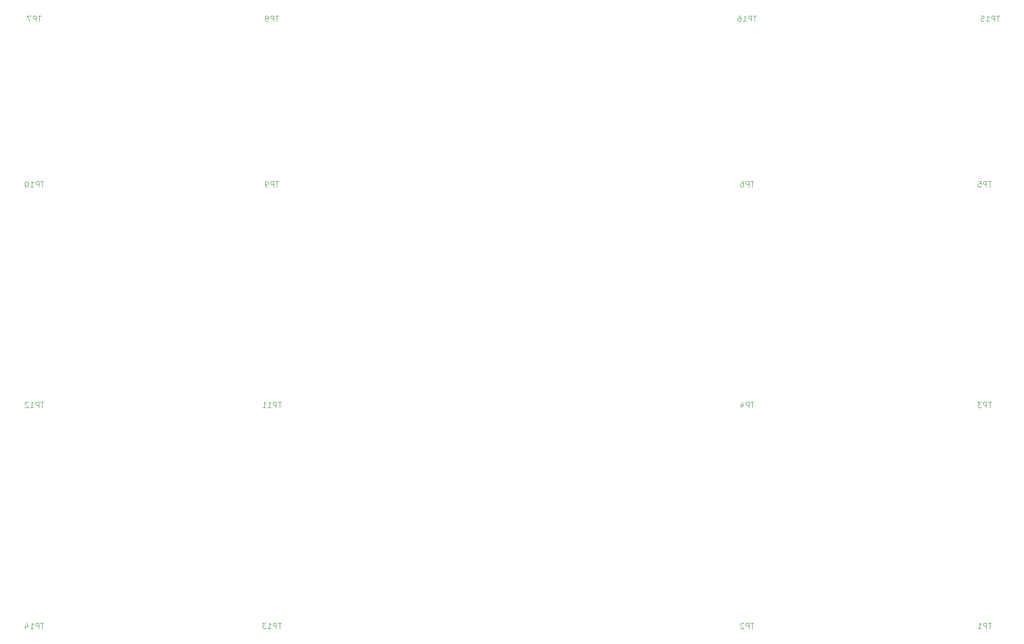
<source format=gbr>
%TF.GenerationSoftware,KiCad,Pcbnew,7.0.1*%
%TF.CreationDate,2025-05-27T16:56:48+02:00*%
%TF.ProjectId,federkontaktplatine_oben,66656465-726b-46f6-9e74-616b74706c61,rev?*%
%TF.SameCoordinates,Original*%
%TF.FileFunction,Legend,Bot*%
%TF.FilePolarity,Positive*%
%FSLAX46Y46*%
G04 Gerber Fmt 4.6, Leading zero omitted, Abs format (unit mm)*
G04 Created by KiCad (PCBNEW 7.0.1) date 2025-05-27 16:56:48*
%MOMM*%
%LPD*%
G01*
G04 APERTURE LIST*
%ADD10C,0.100000*%
G04 APERTURE END LIST*
D10*
%TO.C,TP16*%
X191738094Y-26212619D02*
X191166666Y-26212619D01*
X191452380Y-27212619D02*
X191452380Y-26212619D01*
X190833332Y-27212619D02*
X190833332Y-26212619D01*
X190833332Y-26212619D02*
X190452380Y-26212619D01*
X190452380Y-26212619D02*
X190357142Y-26260238D01*
X190357142Y-26260238D02*
X190309523Y-26307857D01*
X190309523Y-26307857D02*
X190261904Y-26403095D01*
X190261904Y-26403095D02*
X190261904Y-26545952D01*
X190261904Y-26545952D02*
X190309523Y-26641190D01*
X190309523Y-26641190D02*
X190357142Y-26688809D01*
X190357142Y-26688809D02*
X190452380Y-26736428D01*
X190452380Y-26736428D02*
X190833332Y-26736428D01*
X189309523Y-27212619D02*
X189880951Y-27212619D01*
X189595237Y-27212619D02*
X189595237Y-26212619D01*
X189595237Y-26212619D02*
X189690475Y-26355476D01*
X189690475Y-26355476D02*
X189785713Y-26450714D01*
X189785713Y-26450714D02*
X189880951Y-26498333D01*
X188452380Y-26212619D02*
X188642856Y-26212619D01*
X188642856Y-26212619D02*
X188738094Y-26260238D01*
X188738094Y-26260238D02*
X188785713Y-26307857D01*
X188785713Y-26307857D02*
X188880951Y-26450714D01*
X188880951Y-26450714D02*
X188928570Y-26641190D01*
X188928570Y-26641190D02*
X188928570Y-27022142D01*
X188928570Y-27022142D02*
X188880951Y-27117380D01*
X188880951Y-27117380D02*
X188833332Y-27165000D01*
X188833332Y-27165000D02*
X188738094Y-27212619D01*
X188738094Y-27212619D02*
X188547618Y-27212619D01*
X188547618Y-27212619D02*
X188452380Y-27165000D01*
X188452380Y-27165000D02*
X188404761Y-27117380D01*
X188404761Y-27117380D02*
X188357142Y-27022142D01*
X188357142Y-27022142D02*
X188357142Y-26784047D01*
X188357142Y-26784047D02*
X188404761Y-26688809D01*
X188404761Y-26688809D02*
X188452380Y-26641190D01*
X188452380Y-26641190D02*
X188547618Y-26593571D01*
X188547618Y-26593571D02*
X188738094Y-26593571D01*
X188738094Y-26593571D02*
X188833332Y-26641190D01*
X188833332Y-26641190D02*
X188880951Y-26688809D01*
X188880951Y-26688809D02*
X188928570Y-26784047D01*
%TO.C,TP11*%
X105738094Y-96212619D02*
X105166666Y-96212619D01*
X105452380Y-97212619D02*
X105452380Y-96212619D01*
X104833332Y-97212619D02*
X104833332Y-96212619D01*
X104833332Y-96212619D02*
X104452380Y-96212619D01*
X104452380Y-96212619D02*
X104357142Y-96260238D01*
X104357142Y-96260238D02*
X104309523Y-96307857D01*
X104309523Y-96307857D02*
X104261904Y-96403095D01*
X104261904Y-96403095D02*
X104261904Y-96545952D01*
X104261904Y-96545952D02*
X104309523Y-96641190D01*
X104309523Y-96641190D02*
X104357142Y-96688809D01*
X104357142Y-96688809D02*
X104452380Y-96736428D01*
X104452380Y-96736428D02*
X104833332Y-96736428D01*
X103309523Y-97212619D02*
X103880951Y-97212619D01*
X103595237Y-97212619D02*
X103595237Y-96212619D01*
X103595237Y-96212619D02*
X103690475Y-96355476D01*
X103690475Y-96355476D02*
X103785713Y-96450714D01*
X103785713Y-96450714D02*
X103880951Y-96498333D01*
X102357142Y-97212619D02*
X102928570Y-97212619D01*
X102642856Y-97212619D02*
X102642856Y-96212619D01*
X102642856Y-96212619D02*
X102738094Y-96355476D01*
X102738094Y-96355476D02*
X102833332Y-96450714D01*
X102833332Y-96450714D02*
X102928570Y-96498333D01*
%TO.C,TP4*%
X191261904Y-96212619D02*
X190690476Y-96212619D01*
X190976190Y-97212619D02*
X190976190Y-96212619D01*
X190357142Y-97212619D02*
X190357142Y-96212619D01*
X190357142Y-96212619D02*
X189976190Y-96212619D01*
X189976190Y-96212619D02*
X189880952Y-96260238D01*
X189880952Y-96260238D02*
X189833333Y-96307857D01*
X189833333Y-96307857D02*
X189785714Y-96403095D01*
X189785714Y-96403095D02*
X189785714Y-96545952D01*
X189785714Y-96545952D02*
X189833333Y-96641190D01*
X189833333Y-96641190D02*
X189880952Y-96688809D01*
X189880952Y-96688809D02*
X189976190Y-96736428D01*
X189976190Y-96736428D02*
X190357142Y-96736428D01*
X188928571Y-96545952D02*
X188928571Y-97212619D01*
X189166666Y-96165000D02*
X189404761Y-96879285D01*
X189404761Y-96879285D02*
X188785714Y-96879285D01*
%TO.C,TP15*%
X235738094Y-26212619D02*
X235166666Y-26212619D01*
X235452380Y-27212619D02*
X235452380Y-26212619D01*
X234833332Y-27212619D02*
X234833332Y-26212619D01*
X234833332Y-26212619D02*
X234452380Y-26212619D01*
X234452380Y-26212619D02*
X234357142Y-26260238D01*
X234357142Y-26260238D02*
X234309523Y-26307857D01*
X234309523Y-26307857D02*
X234261904Y-26403095D01*
X234261904Y-26403095D02*
X234261904Y-26545952D01*
X234261904Y-26545952D02*
X234309523Y-26641190D01*
X234309523Y-26641190D02*
X234357142Y-26688809D01*
X234357142Y-26688809D02*
X234452380Y-26736428D01*
X234452380Y-26736428D02*
X234833332Y-26736428D01*
X233309523Y-27212619D02*
X233880951Y-27212619D01*
X233595237Y-27212619D02*
X233595237Y-26212619D01*
X233595237Y-26212619D02*
X233690475Y-26355476D01*
X233690475Y-26355476D02*
X233785713Y-26450714D01*
X233785713Y-26450714D02*
X233880951Y-26498333D01*
X232404761Y-26212619D02*
X232880951Y-26212619D01*
X232880951Y-26212619D02*
X232928570Y-26688809D01*
X232928570Y-26688809D02*
X232880951Y-26641190D01*
X232880951Y-26641190D02*
X232785713Y-26593571D01*
X232785713Y-26593571D02*
X232547618Y-26593571D01*
X232547618Y-26593571D02*
X232452380Y-26641190D01*
X232452380Y-26641190D02*
X232404761Y-26688809D01*
X232404761Y-26688809D02*
X232357142Y-26784047D01*
X232357142Y-26784047D02*
X232357142Y-27022142D01*
X232357142Y-27022142D02*
X232404761Y-27117380D01*
X232404761Y-27117380D02*
X232452380Y-27165000D01*
X232452380Y-27165000D02*
X232547618Y-27212619D01*
X232547618Y-27212619D02*
X232785713Y-27212619D01*
X232785713Y-27212619D02*
X232880951Y-27165000D01*
X232880951Y-27165000D02*
X232928570Y-27117380D01*
%TO.C,TP8*%
X105261904Y-26212619D02*
X104690476Y-26212619D01*
X104976190Y-27212619D02*
X104976190Y-26212619D01*
X104357142Y-27212619D02*
X104357142Y-26212619D01*
X104357142Y-26212619D02*
X103976190Y-26212619D01*
X103976190Y-26212619D02*
X103880952Y-26260238D01*
X103880952Y-26260238D02*
X103833333Y-26307857D01*
X103833333Y-26307857D02*
X103785714Y-26403095D01*
X103785714Y-26403095D02*
X103785714Y-26545952D01*
X103785714Y-26545952D02*
X103833333Y-26641190D01*
X103833333Y-26641190D02*
X103880952Y-26688809D01*
X103880952Y-26688809D02*
X103976190Y-26736428D01*
X103976190Y-26736428D02*
X104357142Y-26736428D01*
X103214285Y-26641190D02*
X103309523Y-26593571D01*
X103309523Y-26593571D02*
X103357142Y-26545952D01*
X103357142Y-26545952D02*
X103404761Y-26450714D01*
X103404761Y-26450714D02*
X103404761Y-26403095D01*
X103404761Y-26403095D02*
X103357142Y-26307857D01*
X103357142Y-26307857D02*
X103309523Y-26260238D01*
X103309523Y-26260238D02*
X103214285Y-26212619D01*
X103214285Y-26212619D02*
X103023809Y-26212619D01*
X103023809Y-26212619D02*
X102928571Y-26260238D01*
X102928571Y-26260238D02*
X102880952Y-26307857D01*
X102880952Y-26307857D02*
X102833333Y-26403095D01*
X102833333Y-26403095D02*
X102833333Y-26450714D01*
X102833333Y-26450714D02*
X102880952Y-26545952D01*
X102880952Y-26545952D02*
X102928571Y-26593571D01*
X102928571Y-26593571D02*
X103023809Y-26641190D01*
X103023809Y-26641190D02*
X103214285Y-26641190D01*
X103214285Y-26641190D02*
X103309523Y-26688809D01*
X103309523Y-26688809D02*
X103357142Y-26736428D01*
X103357142Y-26736428D02*
X103404761Y-26831666D01*
X103404761Y-26831666D02*
X103404761Y-27022142D01*
X103404761Y-27022142D02*
X103357142Y-27117380D01*
X103357142Y-27117380D02*
X103309523Y-27165000D01*
X103309523Y-27165000D02*
X103214285Y-27212619D01*
X103214285Y-27212619D02*
X103023809Y-27212619D01*
X103023809Y-27212619D02*
X102928571Y-27165000D01*
X102928571Y-27165000D02*
X102880952Y-27117380D01*
X102880952Y-27117380D02*
X102833333Y-27022142D01*
X102833333Y-27022142D02*
X102833333Y-26831666D01*
X102833333Y-26831666D02*
X102880952Y-26736428D01*
X102880952Y-26736428D02*
X102928571Y-26688809D01*
X102928571Y-26688809D02*
X103023809Y-26641190D01*
%TO.C,TP5*%
X234261904Y-56212619D02*
X233690476Y-56212619D01*
X233976190Y-57212619D02*
X233976190Y-56212619D01*
X233357142Y-57212619D02*
X233357142Y-56212619D01*
X233357142Y-56212619D02*
X232976190Y-56212619D01*
X232976190Y-56212619D02*
X232880952Y-56260238D01*
X232880952Y-56260238D02*
X232833333Y-56307857D01*
X232833333Y-56307857D02*
X232785714Y-56403095D01*
X232785714Y-56403095D02*
X232785714Y-56545952D01*
X232785714Y-56545952D02*
X232833333Y-56641190D01*
X232833333Y-56641190D02*
X232880952Y-56688809D01*
X232880952Y-56688809D02*
X232976190Y-56736428D01*
X232976190Y-56736428D02*
X233357142Y-56736428D01*
X231880952Y-56212619D02*
X232357142Y-56212619D01*
X232357142Y-56212619D02*
X232404761Y-56688809D01*
X232404761Y-56688809D02*
X232357142Y-56641190D01*
X232357142Y-56641190D02*
X232261904Y-56593571D01*
X232261904Y-56593571D02*
X232023809Y-56593571D01*
X232023809Y-56593571D02*
X231928571Y-56641190D01*
X231928571Y-56641190D02*
X231880952Y-56688809D01*
X231880952Y-56688809D02*
X231833333Y-56784047D01*
X231833333Y-56784047D02*
X231833333Y-57022142D01*
X231833333Y-57022142D02*
X231880952Y-57117380D01*
X231880952Y-57117380D02*
X231928571Y-57165000D01*
X231928571Y-57165000D02*
X232023809Y-57212619D01*
X232023809Y-57212619D02*
X232261904Y-57212619D01*
X232261904Y-57212619D02*
X232357142Y-57165000D01*
X232357142Y-57165000D02*
X232404761Y-57117380D01*
%TO.C,TP10*%
X62738094Y-56212619D02*
X62166666Y-56212619D01*
X62452380Y-57212619D02*
X62452380Y-56212619D01*
X61833332Y-57212619D02*
X61833332Y-56212619D01*
X61833332Y-56212619D02*
X61452380Y-56212619D01*
X61452380Y-56212619D02*
X61357142Y-56260238D01*
X61357142Y-56260238D02*
X61309523Y-56307857D01*
X61309523Y-56307857D02*
X61261904Y-56403095D01*
X61261904Y-56403095D02*
X61261904Y-56545952D01*
X61261904Y-56545952D02*
X61309523Y-56641190D01*
X61309523Y-56641190D02*
X61357142Y-56688809D01*
X61357142Y-56688809D02*
X61452380Y-56736428D01*
X61452380Y-56736428D02*
X61833332Y-56736428D01*
X60309523Y-57212619D02*
X60880951Y-57212619D01*
X60595237Y-57212619D02*
X60595237Y-56212619D01*
X60595237Y-56212619D02*
X60690475Y-56355476D01*
X60690475Y-56355476D02*
X60785713Y-56450714D01*
X60785713Y-56450714D02*
X60880951Y-56498333D01*
X59690475Y-56212619D02*
X59595237Y-56212619D01*
X59595237Y-56212619D02*
X59499999Y-56260238D01*
X59499999Y-56260238D02*
X59452380Y-56307857D01*
X59452380Y-56307857D02*
X59404761Y-56403095D01*
X59404761Y-56403095D02*
X59357142Y-56593571D01*
X59357142Y-56593571D02*
X59357142Y-56831666D01*
X59357142Y-56831666D02*
X59404761Y-57022142D01*
X59404761Y-57022142D02*
X59452380Y-57117380D01*
X59452380Y-57117380D02*
X59499999Y-57165000D01*
X59499999Y-57165000D02*
X59595237Y-57212619D01*
X59595237Y-57212619D02*
X59690475Y-57212619D01*
X59690475Y-57212619D02*
X59785713Y-57165000D01*
X59785713Y-57165000D02*
X59833332Y-57117380D01*
X59833332Y-57117380D02*
X59880951Y-57022142D01*
X59880951Y-57022142D02*
X59928570Y-56831666D01*
X59928570Y-56831666D02*
X59928570Y-56593571D01*
X59928570Y-56593571D02*
X59880951Y-56403095D01*
X59880951Y-56403095D02*
X59833332Y-56307857D01*
X59833332Y-56307857D02*
X59785713Y-56260238D01*
X59785713Y-56260238D02*
X59690475Y-56212619D01*
%TO.C,TP3*%
X234261904Y-96212619D02*
X233690476Y-96212619D01*
X233976190Y-97212619D02*
X233976190Y-96212619D01*
X233357142Y-97212619D02*
X233357142Y-96212619D01*
X233357142Y-96212619D02*
X232976190Y-96212619D01*
X232976190Y-96212619D02*
X232880952Y-96260238D01*
X232880952Y-96260238D02*
X232833333Y-96307857D01*
X232833333Y-96307857D02*
X232785714Y-96403095D01*
X232785714Y-96403095D02*
X232785714Y-96545952D01*
X232785714Y-96545952D02*
X232833333Y-96641190D01*
X232833333Y-96641190D02*
X232880952Y-96688809D01*
X232880952Y-96688809D02*
X232976190Y-96736428D01*
X232976190Y-96736428D02*
X233357142Y-96736428D01*
X232452380Y-96212619D02*
X231833333Y-96212619D01*
X231833333Y-96212619D02*
X232166666Y-96593571D01*
X232166666Y-96593571D02*
X232023809Y-96593571D01*
X232023809Y-96593571D02*
X231928571Y-96641190D01*
X231928571Y-96641190D02*
X231880952Y-96688809D01*
X231880952Y-96688809D02*
X231833333Y-96784047D01*
X231833333Y-96784047D02*
X231833333Y-97022142D01*
X231833333Y-97022142D02*
X231880952Y-97117380D01*
X231880952Y-97117380D02*
X231928571Y-97165000D01*
X231928571Y-97165000D02*
X232023809Y-97212619D01*
X232023809Y-97212619D02*
X232309523Y-97212619D01*
X232309523Y-97212619D02*
X232404761Y-97165000D01*
X232404761Y-97165000D02*
X232452380Y-97117380D01*
%TO.C,TP14*%
X62738094Y-136212619D02*
X62166666Y-136212619D01*
X62452380Y-137212619D02*
X62452380Y-136212619D01*
X61833332Y-137212619D02*
X61833332Y-136212619D01*
X61833332Y-136212619D02*
X61452380Y-136212619D01*
X61452380Y-136212619D02*
X61357142Y-136260238D01*
X61357142Y-136260238D02*
X61309523Y-136307857D01*
X61309523Y-136307857D02*
X61261904Y-136403095D01*
X61261904Y-136403095D02*
X61261904Y-136545952D01*
X61261904Y-136545952D02*
X61309523Y-136641190D01*
X61309523Y-136641190D02*
X61357142Y-136688809D01*
X61357142Y-136688809D02*
X61452380Y-136736428D01*
X61452380Y-136736428D02*
X61833332Y-136736428D01*
X60309523Y-137212619D02*
X60880951Y-137212619D01*
X60595237Y-137212619D02*
X60595237Y-136212619D01*
X60595237Y-136212619D02*
X60690475Y-136355476D01*
X60690475Y-136355476D02*
X60785713Y-136450714D01*
X60785713Y-136450714D02*
X60880951Y-136498333D01*
X59452380Y-136545952D02*
X59452380Y-137212619D01*
X59690475Y-136165000D02*
X59928570Y-136879285D01*
X59928570Y-136879285D02*
X59309523Y-136879285D01*
%TO.C,TP7*%
X62261904Y-26212619D02*
X61690476Y-26212619D01*
X61976190Y-27212619D02*
X61976190Y-26212619D01*
X61357142Y-27212619D02*
X61357142Y-26212619D01*
X61357142Y-26212619D02*
X60976190Y-26212619D01*
X60976190Y-26212619D02*
X60880952Y-26260238D01*
X60880952Y-26260238D02*
X60833333Y-26307857D01*
X60833333Y-26307857D02*
X60785714Y-26403095D01*
X60785714Y-26403095D02*
X60785714Y-26545952D01*
X60785714Y-26545952D02*
X60833333Y-26641190D01*
X60833333Y-26641190D02*
X60880952Y-26688809D01*
X60880952Y-26688809D02*
X60976190Y-26736428D01*
X60976190Y-26736428D02*
X61357142Y-26736428D01*
X60452380Y-26212619D02*
X59785714Y-26212619D01*
X59785714Y-26212619D02*
X60214285Y-27212619D01*
%TO.C,TP1*%
X234261904Y-136212619D02*
X233690476Y-136212619D01*
X233976190Y-137212619D02*
X233976190Y-136212619D01*
X233357142Y-137212619D02*
X233357142Y-136212619D01*
X233357142Y-136212619D02*
X232976190Y-136212619D01*
X232976190Y-136212619D02*
X232880952Y-136260238D01*
X232880952Y-136260238D02*
X232833333Y-136307857D01*
X232833333Y-136307857D02*
X232785714Y-136403095D01*
X232785714Y-136403095D02*
X232785714Y-136545952D01*
X232785714Y-136545952D02*
X232833333Y-136641190D01*
X232833333Y-136641190D02*
X232880952Y-136688809D01*
X232880952Y-136688809D02*
X232976190Y-136736428D01*
X232976190Y-136736428D02*
X233357142Y-136736428D01*
X231833333Y-137212619D02*
X232404761Y-137212619D01*
X232119047Y-137212619D02*
X232119047Y-136212619D01*
X232119047Y-136212619D02*
X232214285Y-136355476D01*
X232214285Y-136355476D02*
X232309523Y-136450714D01*
X232309523Y-136450714D02*
X232404761Y-136498333D01*
%TO.C,TP12*%
X62738094Y-96212619D02*
X62166666Y-96212619D01*
X62452380Y-97212619D02*
X62452380Y-96212619D01*
X61833332Y-97212619D02*
X61833332Y-96212619D01*
X61833332Y-96212619D02*
X61452380Y-96212619D01*
X61452380Y-96212619D02*
X61357142Y-96260238D01*
X61357142Y-96260238D02*
X61309523Y-96307857D01*
X61309523Y-96307857D02*
X61261904Y-96403095D01*
X61261904Y-96403095D02*
X61261904Y-96545952D01*
X61261904Y-96545952D02*
X61309523Y-96641190D01*
X61309523Y-96641190D02*
X61357142Y-96688809D01*
X61357142Y-96688809D02*
X61452380Y-96736428D01*
X61452380Y-96736428D02*
X61833332Y-96736428D01*
X60309523Y-97212619D02*
X60880951Y-97212619D01*
X60595237Y-97212619D02*
X60595237Y-96212619D01*
X60595237Y-96212619D02*
X60690475Y-96355476D01*
X60690475Y-96355476D02*
X60785713Y-96450714D01*
X60785713Y-96450714D02*
X60880951Y-96498333D01*
X59928570Y-96307857D02*
X59880951Y-96260238D01*
X59880951Y-96260238D02*
X59785713Y-96212619D01*
X59785713Y-96212619D02*
X59547618Y-96212619D01*
X59547618Y-96212619D02*
X59452380Y-96260238D01*
X59452380Y-96260238D02*
X59404761Y-96307857D01*
X59404761Y-96307857D02*
X59357142Y-96403095D01*
X59357142Y-96403095D02*
X59357142Y-96498333D01*
X59357142Y-96498333D02*
X59404761Y-96641190D01*
X59404761Y-96641190D02*
X59976189Y-97212619D01*
X59976189Y-97212619D02*
X59357142Y-97212619D01*
%TO.C,TP13*%
X105738094Y-136212619D02*
X105166666Y-136212619D01*
X105452380Y-137212619D02*
X105452380Y-136212619D01*
X104833332Y-137212619D02*
X104833332Y-136212619D01*
X104833332Y-136212619D02*
X104452380Y-136212619D01*
X104452380Y-136212619D02*
X104357142Y-136260238D01*
X104357142Y-136260238D02*
X104309523Y-136307857D01*
X104309523Y-136307857D02*
X104261904Y-136403095D01*
X104261904Y-136403095D02*
X104261904Y-136545952D01*
X104261904Y-136545952D02*
X104309523Y-136641190D01*
X104309523Y-136641190D02*
X104357142Y-136688809D01*
X104357142Y-136688809D02*
X104452380Y-136736428D01*
X104452380Y-136736428D02*
X104833332Y-136736428D01*
X103309523Y-137212619D02*
X103880951Y-137212619D01*
X103595237Y-137212619D02*
X103595237Y-136212619D01*
X103595237Y-136212619D02*
X103690475Y-136355476D01*
X103690475Y-136355476D02*
X103785713Y-136450714D01*
X103785713Y-136450714D02*
X103880951Y-136498333D01*
X102976189Y-136212619D02*
X102357142Y-136212619D01*
X102357142Y-136212619D02*
X102690475Y-136593571D01*
X102690475Y-136593571D02*
X102547618Y-136593571D01*
X102547618Y-136593571D02*
X102452380Y-136641190D01*
X102452380Y-136641190D02*
X102404761Y-136688809D01*
X102404761Y-136688809D02*
X102357142Y-136784047D01*
X102357142Y-136784047D02*
X102357142Y-137022142D01*
X102357142Y-137022142D02*
X102404761Y-137117380D01*
X102404761Y-137117380D02*
X102452380Y-137165000D01*
X102452380Y-137165000D02*
X102547618Y-137212619D01*
X102547618Y-137212619D02*
X102833332Y-137212619D01*
X102833332Y-137212619D02*
X102928570Y-137165000D01*
X102928570Y-137165000D02*
X102976189Y-137117380D01*
%TO.C,TP2*%
X191261904Y-136212619D02*
X190690476Y-136212619D01*
X190976190Y-137212619D02*
X190976190Y-136212619D01*
X190357142Y-137212619D02*
X190357142Y-136212619D01*
X190357142Y-136212619D02*
X189976190Y-136212619D01*
X189976190Y-136212619D02*
X189880952Y-136260238D01*
X189880952Y-136260238D02*
X189833333Y-136307857D01*
X189833333Y-136307857D02*
X189785714Y-136403095D01*
X189785714Y-136403095D02*
X189785714Y-136545952D01*
X189785714Y-136545952D02*
X189833333Y-136641190D01*
X189833333Y-136641190D02*
X189880952Y-136688809D01*
X189880952Y-136688809D02*
X189976190Y-136736428D01*
X189976190Y-136736428D02*
X190357142Y-136736428D01*
X189404761Y-136307857D02*
X189357142Y-136260238D01*
X189357142Y-136260238D02*
X189261904Y-136212619D01*
X189261904Y-136212619D02*
X189023809Y-136212619D01*
X189023809Y-136212619D02*
X188928571Y-136260238D01*
X188928571Y-136260238D02*
X188880952Y-136307857D01*
X188880952Y-136307857D02*
X188833333Y-136403095D01*
X188833333Y-136403095D02*
X188833333Y-136498333D01*
X188833333Y-136498333D02*
X188880952Y-136641190D01*
X188880952Y-136641190D02*
X189452380Y-137212619D01*
X189452380Y-137212619D02*
X188833333Y-137212619D01*
%TO.C,TP6*%
X191261904Y-56212619D02*
X190690476Y-56212619D01*
X190976190Y-57212619D02*
X190976190Y-56212619D01*
X190357142Y-57212619D02*
X190357142Y-56212619D01*
X190357142Y-56212619D02*
X189976190Y-56212619D01*
X189976190Y-56212619D02*
X189880952Y-56260238D01*
X189880952Y-56260238D02*
X189833333Y-56307857D01*
X189833333Y-56307857D02*
X189785714Y-56403095D01*
X189785714Y-56403095D02*
X189785714Y-56545952D01*
X189785714Y-56545952D02*
X189833333Y-56641190D01*
X189833333Y-56641190D02*
X189880952Y-56688809D01*
X189880952Y-56688809D02*
X189976190Y-56736428D01*
X189976190Y-56736428D02*
X190357142Y-56736428D01*
X188928571Y-56212619D02*
X189119047Y-56212619D01*
X189119047Y-56212619D02*
X189214285Y-56260238D01*
X189214285Y-56260238D02*
X189261904Y-56307857D01*
X189261904Y-56307857D02*
X189357142Y-56450714D01*
X189357142Y-56450714D02*
X189404761Y-56641190D01*
X189404761Y-56641190D02*
X189404761Y-57022142D01*
X189404761Y-57022142D02*
X189357142Y-57117380D01*
X189357142Y-57117380D02*
X189309523Y-57165000D01*
X189309523Y-57165000D02*
X189214285Y-57212619D01*
X189214285Y-57212619D02*
X189023809Y-57212619D01*
X189023809Y-57212619D02*
X188928571Y-57165000D01*
X188928571Y-57165000D02*
X188880952Y-57117380D01*
X188880952Y-57117380D02*
X188833333Y-57022142D01*
X188833333Y-57022142D02*
X188833333Y-56784047D01*
X188833333Y-56784047D02*
X188880952Y-56688809D01*
X188880952Y-56688809D02*
X188928571Y-56641190D01*
X188928571Y-56641190D02*
X189023809Y-56593571D01*
X189023809Y-56593571D02*
X189214285Y-56593571D01*
X189214285Y-56593571D02*
X189309523Y-56641190D01*
X189309523Y-56641190D02*
X189357142Y-56688809D01*
X189357142Y-56688809D02*
X189404761Y-56784047D01*
%TO.C,TP9*%
X105261904Y-56212619D02*
X104690476Y-56212619D01*
X104976190Y-57212619D02*
X104976190Y-56212619D01*
X104357142Y-57212619D02*
X104357142Y-56212619D01*
X104357142Y-56212619D02*
X103976190Y-56212619D01*
X103976190Y-56212619D02*
X103880952Y-56260238D01*
X103880952Y-56260238D02*
X103833333Y-56307857D01*
X103833333Y-56307857D02*
X103785714Y-56403095D01*
X103785714Y-56403095D02*
X103785714Y-56545952D01*
X103785714Y-56545952D02*
X103833333Y-56641190D01*
X103833333Y-56641190D02*
X103880952Y-56688809D01*
X103880952Y-56688809D02*
X103976190Y-56736428D01*
X103976190Y-56736428D02*
X104357142Y-56736428D01*
X103309523Y-57212619D02*
X103119047Y-57212619D01*
X103119047Y-57212619D02*
X103023809Y-57165000D01*
X103023809Y-57165000D02*
X102976190Y-57117380D01*
X102976190Y-57117380D02*
X102880952Y-56974523D01*
X102880952Y-56974523D02*
X102833333Y-56784047D01*
X102833333Y-56784047D02*
X102833333Y-56403095D01*
X102833333Y-56403095D02*
X102880952Y-56307857D01*
X102880952Y-56307857D02*
X102928571Y-56260238D01*
X102928571Y-56260238D02*
X103023809Y-56212619D01*
X103023809Y-56212619D02*
X103214285Y-56212619D01*
X103214285Y-56212619D02*
X103309523Y-56260238D01*
X103309523Y-56260238D02*
X103357142Y-56307857D01*
X103357142Y-56307857D02*
X103404761Y-56403095D01*
X103404761Y-56403095D02*
X103404761Y-56641190D01*
X103404761Y-56641190D02*
X103357142Y-56736428D01*
X103357142Y-56736428D02*
X103309523Y-56784047D01*
X103309523Y-56784047D02*
X103214285Y-56831666D01*
X103214285Y-56831666D02*
X103023809Y-56831666D01*
X103023809Y-56831666D02*
X102928571Y-56784047D01*
X102928571Y-56784047D02*
X102880952Y-56736428D01*
X102880952Y-56736428D02*
X102833333Y-56641190D01*
%TD*%
M02*

</source>
